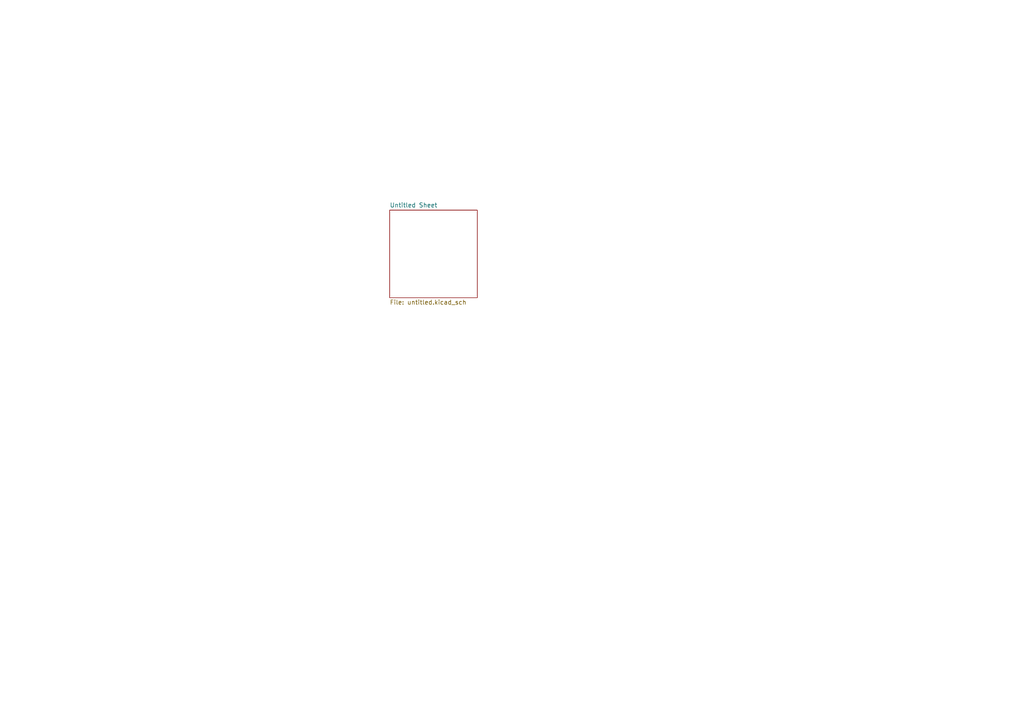
<source format=kicad_sch>
(kicad_sch
	(version 20231120)
	(generator "eeschema")
	(generator_version "8.0")
	(uuid "625b6749-cf47-42a7-9691-7bbee0aa4278")
	(paper "A4")
	(lib_symbols)
	(sheet
		(at 113.03 60.96)
		(size 25.4 25.4)
		(fields_autoplaced yes)
		(stroke
			(width 0.1524)
			(type solid)
		)
		(fill
			(color 0 0 0 0.0000)
		)
		(uuid "900a72d8-d9aa-4899-a632-8944b883d277")
		(property "Sheetname" "Untitled Sheet"
			(at 113.03 60.2484 0)
			(effects
				(font
					(size 1.27 1.27)
				)
				(justify left bottom)
			)
		)
		(property "Sheetfile" "untitled.kicad_sch"
			(at 113.03 86.9446 0)
			(effects
				(font
					(size 1.27 1.27)
				)
				(justify left top)
			)
		)
		(instances
			(project "buck-boost-xp"
				(path "/3f994017-d36f-4c43-a8c8-740bd919e8ad/7dfdc527-63eb-455f-a929-bedb64dad3e1/19c5bec3-01e1-4597-9c9f-2ec1d6769bd2"
					(page "11")
				)
			)
		)
	)
)

</source>
